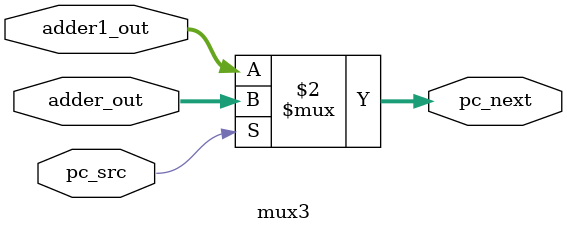
<source format=sv>
module mux3(
    input logic [31:0] adder_out,
    input logic [31:0] adder1_out,
    input logic pc_src,
    output logic [31:0] pc_next
    );
        assign pc_next = (pc_src == 1'b0) ? adder1_out : adder_out;

endmodule

</source>
